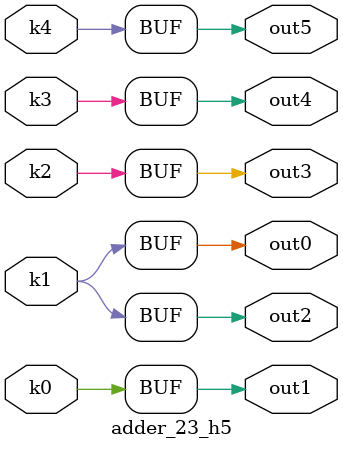
<source format=v>
module adder_23(pi00, pi01, pi02, pi03, pi04, pi05, pi06, pi07, pi08, pi09, po0, po1, po2, po3, po4, po5);
input pi00, pi01, pi02, pi03, pi04, pi05, pi06, pi07, pi08, pi09;
output po0, po1, po2, po3, po4, po5;
wire k0, k1, k2, k3, k4;
adder_23_w5 DUT1 (pi00, pi01, pi02, pi03, pi04, pi05, pi06, pi07, pi08, pi09, k0, k1, k2, k3, k4);
adder_23_h5 DUT2 (k0, k1, k2, k3, k4, po0, po1, po2, po3, po4, po5);
endmodule

module adder_23_w5(in9, in8, in7, in6, in5, in4, in3, in2, in1, in0, k4, k3, k2, k1, k0);
input in9, in8, in7, in6, in5, in4, in3, in2, in1, in0;
output k4, k3, k2, k1, k0;
assign k0 =   ((~in6 | ~in2) & (((~in7 | ~in3) & (((~in9 | ~in5) & ((in1 & ~in8) | (~in0 & ~in4))) | (~in9 & ~in5 & (~in8 | ~in4)) | (~in8 & ~in4))) | (~in7 & ~in3))) | (~in6 & ~in2);
assign k1 =   ((~in6 ^ in2) & (((~in7 | ~in3) & (((~in9 | ~in5) & ((in1 & ~in8) | (~in0 & ~in4))) | (~in9 & ~in5 & (~in8 | ~in4)) | (~in8 & ~in4))) | (~in7 & ~in3))) | ((in6 ^ in2) & ((in7 & in3) | ((in7 | in3) & (((in9 | in5) & ((in0 & in8) | (~in1 & in4))) | (in8 & in4) | (in9 & in5 & (in8 | in4))))));
assign k2 =   ((~in7 ^ in3) & (((~in9 | ~in5) & ((in1 & ~in8) | (~in0 & ~in4))) | (~in9 & ~in5 & (~in8 | ~in4)) | (~in8 & ~in4))) | ((in7 ^ in3) & (((in9 | in5) & ((in0 & in8) | (~in1 & in4))) | (in8 & in4) | (in9 & in5 & (in8 | in4))));
assign k3 =   ((~in9 | ~in5) & ((in1 & in8 & in4) | (~in0 & ~in8 & ~in4))) | ((in9 | in5) & ((~in1 & ~in8 & in4) | (in0 & in8 & ~in4))) | (in9 & in5 & (in8 ^ in4)) | (~in9 & ~in5 & (~in8 ^ in4));
assign k4 =   (in0 & (in9 ^ in5)) | (in1 & (~in9 ^ in5));
endmodule

module adder_23_h5(k4, k3, k2, k1, k0, out5, out4, out3, out2, out1, out0);
input k4, k3, k2, k1, k0;
output out5, out4, out3, out2, out1, out0;
assign out0 = k1;
assign out1 = k0;
assign out2 = k1;
assign out3 = k2;
assign out4 = k3;
assign out5 = k4;
endmodule

</source>
